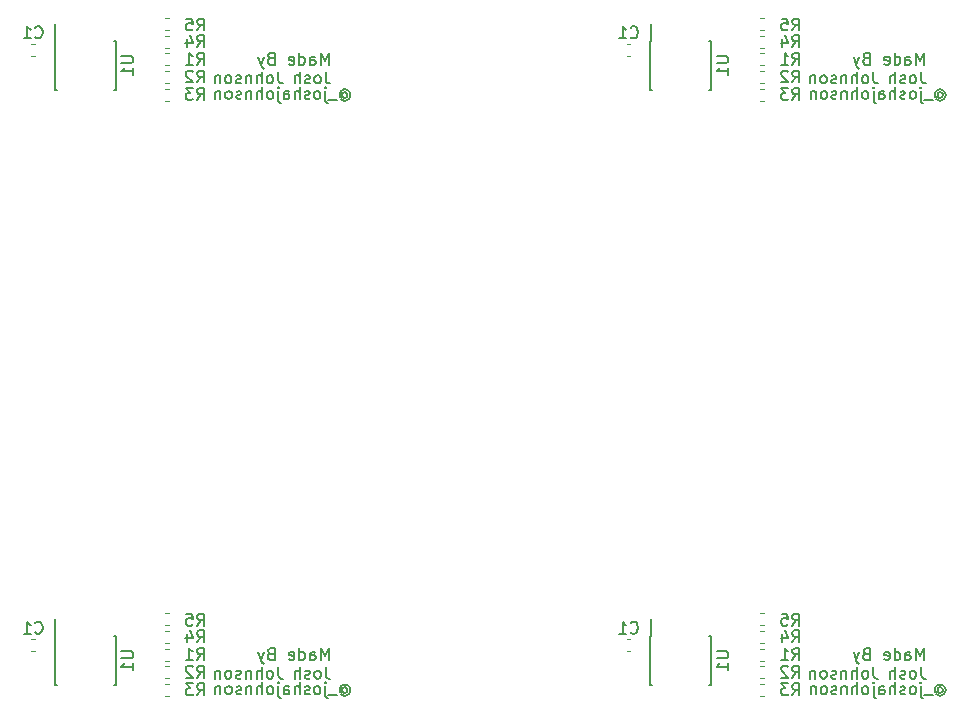
<source format=gbo>
%MOIN*%
%OFA0B0*%
%FSLAX46Y46*%
%IPPOS*%
%LPD*%
%ADD10C,0.005905511811023622*%
%ADD11C,0.0047244094488188976*%
%ADD22C,0.005905511811023622*%
%ADD23C,0.0047244094488188976*%
%ADD24C,0.005905511811023622*%
%ADD25C,0.0047244094488188976*%
%ADD26C,0.005905511811023622*%
%ADD27C,0.0047244094488188976*%
G01*
D10*
X0001308004Y0000211126D02*
X0001308004Y0000183005D01*
X0001309879Y0000177380D01*
X0001313628Y0000173631D01*
X0001319252Y0000171756D01*
X0001323002Y0000171756D01*
X0001283632Y0000171756D02*
X0001287381Y0000173631D01*
X0001289256Y0000175506D01*
X0001291131Y0000179255D01*
X0001291131Y0000190504D01*
X0001289256Y0000194253D01*
X0001287381Y0000196128D01*
X0001283632Y0000198003D01*
X0001278007Y0000198003D01*
X0001274258Y0000196128D01*
X0001272383Y0000194253D01*
X0001270508Y0000190504D01*
X0001270508Y0000179255D01*
X0001272383Y0000175506D01*
X0001274258Y0000173631D01*
X0001278007Y0000171756D01*
X0001283632Y0000171756D01*
X0001253636Y0000171756D02*
X0001253636Y0000211126D01*
X0001236763Y0000171756D02*
X0001236763Y0000192379D01*
X0001238637Y0000196128D01*
X0001242387Y0000198003D01*
X0001248011Y0000198003D01*
X0001251761Y0000196128D01*
X0001253636Y0000194253D01*
X0001218015Y0000198003D02*
X0001218015Y0000171756D01*
X0001218015Y0000194253D02*
X0001216140Y0000196128D01*
X0001212391Y0000198003D01*
X0001206766Y0000198003D01*
X0001203017Y0000196128D01*
X0001201142Y0000192379D01*
X0001201142Y0000171756D01*
X0001184269Y0000173631D02*
X0001180520Y0000171756D01*
X0001173021Y0000171756D01*
X0001169271Y0000173631D01*
X0001167396Y0000177380D01*
X0001167396Y0000179255D01*
X0001169271Y0000183005D01*
X0001173021Y0000184880D01*
X0001178645Y0000184880D01*
X0001182395Y0000186754D01*
X0001184269Y0000190504D01*
X0001184269Y0000192379D01*
X0001182395Y0000196128D01*
X0001178645Y0000198003D01*
X0001173021Y0000198003D01*
X0001169271Y0000196128D01*
X0001144899Y0000171756D02*
X0001148649Y0000173631D01*
X0001150523Y0000175506D01*
X0001152398Y0000179255D01*
X0001152398Y0000190504D01*
X0001150523Y0000194253D01*
X0001148649Y0000196128D01*
X0001144899Y0000198003D01*
X0001139275Y0000198003D01*
X0001135525Y0000196128D01*
X0001133651Y0000194253D01*
X0001131776Y0000190504D01*
X0001131776Y0000179255D01*
X0001133651Y0000175506D01*
X0001135525Y0000173631D01*
X0001139275Y0000171756D01*
X0001144899Y0000171756D01*
X0001114903Y0000198003D02*
X0001114903Y0000171756D01*
X0001114903Y0000194253D02*
X0001113028Y0000196128D01*
X0001109279Y0000198003D01*
X0001103654Y0000198003D01*
X0001099905Y0000196128D01*
X0001098030Y0000192379D01*
X0001098030Y0000171756D01*
D11*
X0000498534Y0000303543D02*
X0000485717Y0000303543D01*
X0000498534Y0000263385D02*
X0000485717Y0000263385D01*
X0000943908Y0000272047D02*
X0000931091Y0000272047D01*
X0000943908Y0000231889D02*
X0000931091Y0000231889D01*
X0000943416Y0000212992D02*
X0000930599Y0000212992D01*
X0000943416Y0000172834D02*
X0000930599Y0000172834D01*
X0000943416Y0000153936D02*
X0000930599Y0000153936D01*
X0000943416Y0000113779D02*
X0000930599Y0000113779D01*
X0000943416Y0000290944D02*
X0000930599Y0000290944D01*
X0000943416Y0000331102D02*
X0000930599Y0000331102D01*
X0000943416Y0000350000D02*
X0000930599Y0000350000D01*
X0000943416Y0000390157D02*
X0000930599Y0000390157D01*
D10*
X0000563976Y0000313976D02*
X0000565944Y0000313976D01*
X0000563976Y0000150590D02*
X0000569685Y0000150590D01*
X0000766732Y0000150590D02*
X0000761023Y0000150590D01*
X0000766732Y0000313976D02*
X0000761023Y0000313976D01*
X0000563976Y0000313976D02*
X0000563976Y0000150590D01*
X0000766732Y0000313976D02*
X0000766732Y0000150590D01*
X0000565944Y0000313976D02*
X0000565944Y0000369094D01*
X0000498687Y0000325703D02*
X0000500562Y0000323828D01*
X0000506186Y0000321953D01*
X0000509936Y0000321953D01*
X0000515560Y0000323828D01*
X0000519310Y0000327577D01*
X0000521184Y0000331327D01*
X0000523059Y0000338826D01*
X0000523059Y0000344450D01*
X0000521184Y0000351949D01*
X0000519310Y0000355699D01*
X0000515560Y0000359448D01*
X0000509936Y0000361323D01*
X0000506186Y0000361323D01*
X0000500562Y0000359448D01*
X0000498687Y0000357574D01*
X0000461192Y0000321953D02*
X0000483689Y0000321953D01*
X0000472440Y0000321953D02*
X0000472440Y0000361323D01*
X0000476190Y0000355699D01*
X0000479940Y0000351949D01*
X0000483689Y0000350074D01*
X0001038549Y0000234158D02*
X0001051673Y0000252905D01*
X0001061047Y0000234158D02*
X0001061047Y0000273528D01*
X0001046048Y0000273528D01*
X0001042299Y0000271653D01*
X0001040424Y0000269778D01*
X0001038549Y0000266029D01*
X0001038549Y0000260404D01*
X0001040424Y0000256655D01*
X0001042299Y0000254780D01*
X0001046048Y0000252905D01*
X0001061047Y0000252905D01*
X0001001054Y0000234158D02*
X0001023551Y0000234158D01*
X0001012303Y0000234158D02*
X0001012303Y0000273528D01*
X0001016052Y0000267903D01*
X0001019802Y0000264154D01*
X0001023551Y0000262279D01*
X0001038057Y0000175103D02*
X0001051181Y0000193850D01*
X0001060554Y0000175103D02*
X0001060554Y0000214473D01*
X0001045556Y0000214473D01*
X0001041807Y0000212598D01*
X0001039932Y0000210723D01*
X0001038057Y0000206974D01*
X0001038057Y0000201349D01*
X0001039932Y0000197600D01*
X0001041807Y0000195725D01*
X0001045556Y0000193850D01*
X0001060554Y0000193850D01*
X0001023059Y0000210723D02*
X0001021184Y0000212598D01*
X0001017435Y0000214473D01*
X0001008061Y0000214473D01*
X0001004311Y0000212598D01*
X0001002437Y0000210723D01*
X0001000562Y0000206974D01*
X0001000562Y0000203224D01*
X0001002437Y0000197600D01*
X0001024934Y0000175103D01*
X0001000562Y0000175103D01*
X0001038057Y0000116048D02*
X0001051181Y0000134795D01*
X0001060554Y0000116048D02*
X0001060554Y0000155418D01*
X0001045556Y0000155418D01*
X0001041807Y0000153543D01*
X0001039932Y0000151668D01*
X0001038057Y0000147918D01*
X0001038057Y0000142294D01*
X0001039932Y0000138545D01*
X0001041807Y0000136670D01*
X0001045556Y0000134795D01*
X0001060554Y0000134795D01*
X0001024934Y0000155418D02*
X0001000562Y0000155418D01*
X0001013685Y0000140419D01*
X0001008061Y0000140419D01*
X0001004311Y0000138545D01*
X0001002437Y0000136670D01*
X0001000562Y0000132920D01*
X0001000562Y0000123547D01*
X0001002437Y0000119797D01*
X0001004311Y0000117922D01*
X0001008061Y0000116048D01*
X0001019310Y0000116048D01*
X0001023059Y0000117922D01*
X0001024934Y0000119797D01*
X0001038057Y0000293213D02*
X0001051181Y0000311961D01*
X0001060554Y0000293213D02*
X0001060554Y0000332583D01*
X0001045556Y0000332583D01*
X0001041807Y0000330708D01*
X0001039932Y0000328833D01*
X0001038057Y0000325084D01*
X0001038057Y0000319460D01*
X0001039932Y0000315710D01*
X0001041807Y0000313835D01*
X0001045556Y0000311961D01*
X0001060554Y0000311961D01*
X0001004311Y0000319460D02*
X0001004311Y0000293213D01*
X0001013685Y0000334458D02*
X0001023059Y0000306336D01*
X0000998687Y0000306336D01*
X0001038057Y0000348331D02*
X0001051181Y0000367079D01*
X0001060554Y0000348331D02*
X0001060554Y0000387701D01*
X0001045556Y0000387701D01*
X0001041807Y0000385826D01*
X0001039932Y0000383952D01*
X0001038057Y0000380202D01*
X0001038057Y0000374578D01*
X0001039932Y0000370828D01*
X0001041807Y0000368953D01*
X0001045556Y0000367079D01*
X0001060554Y0000367079D01*
X0001002437Y0000387701D02*
X0001021184Y0000387701D01*
X0001023059Y0000368953D01*
X0001021184Y0000370828D01*
X0001017435Y0000372703D01*
X0001008061Y0000372703D01*
X0001004311Y0000370828D01*
X0001002437Y0000368953D01*
X0001000562Y0000365204D01*
X0001000562Y0000355830D01*
X0001002437Y0000352081D01*
X0001004311Y0000350206D01*
X0001008061Y0000348331D01*
X0001017435Y0000348331D01*
X0001021184Y0000350206D01*
X0001023059Y0000352081D01*
X0000785526Y0000262279D02*
X0000817397Y0000262279D01*
X0000821147Y0000260404D01*
X0000823022Y0000258530D01*
X0000824896Y0000254780D01*
X0000824896Y0000247281D01*
X0000823022Y0000243532D01*
X0000821147Y0000241657D01*
X0000817397Y0000239782D01*
X0000785526Y0000239782D01*
X0000824896Y0000200412D02*
X0000824896Y0000222909D01*
X0000824896Y0000211661D02*
X0000785526Y0000211661D01*
X0000791151Y0000215410D01*
X0000794900Y0000219160D01*
X0000796775Y0000222909D01*
X0001522497Y0000138732D02*
X0001524371Y0000140607D01*
X0001528121Y0000142482D01*
X0001531870Y0000142482D01*
X0001535620Y0000140607D01*
X0001537495Y0000138732D01*
X0001539370Y0000134983D01*
X0001539370Y0000131233D01*
X0001537495Y0000127484D01*
X0001535620Y0000125609D01*
X0001531870Y0000123734D01*
X0001528121Y0000123734D01*
X0001524371Y0000125609D01*
X0001522497Y0000127484D01*
X0001522497Y0000142482D02*
X0001522497Y0000127484D01*
X0001520622Y0000125609D01*
X0001518747Y0000125609D01*
X0001514998Y0000127484D01*
X0001513123Y0000131233D01*
X0001513123Y0000140607D01*
X0001516872Y0000146231D01*
X0001522497Y0000149981D01*
X0001529996Y0000151855D01*
X0001537495Y0000149981D01*
X0001543119Y0000146231D01*
X0001546869Y0000140607D01*
X0001548743Y0000133108D01*
X0001546869Y0000125609D01*
X0001543119Y0000119985D01*
X0001537495Y0000116235D01*
X0001529996Y0000114360D01*
X0001522497Y0000116235D01*
X0001516872Y0000119985D01*
X0001505624Y0000116235D02*
X0001475628Y0000116235D01*
X0001466254Y0000146231D02*
X0001466254Y0000112485D01*
X0001468128Y0000108736D01*
X0001471878Y0000106861D01*
X0001473753Y0000106861D01*
X0001466254Y0000159355D02*
X0001468128Y0000157480D01*
X0001466254Y0000155605D01*
X0001464379Y0000157480D01*
X0001466254Y0000159355D01*
X0001466254Y0000155605D01*
X0001441882Y0000119985D02*
X0001445631Y0000121859D01*
X0001447506Y0000123734D01*
X0001449381Y0000127484D01*
X0001449381Y0000138732D01*
X0001447506Y0000142482D01*
X0001445631Y0000144356D01*
X0001441882Y0000146231D01*
X0001436257Y0000146231D01*
X0001432508Y0000144356D01*
X0001430633Y0000142482D01*
X0001428758Y0000138732D01*
X0001428758Y0000127484D01*
X0001430633Y0000123734D01*
X0001432508Y0000121859D01*
X0001436257Y0000119985D01*
X0001441882Y0000119985D01*
X0001413760Y0000121859D02*
X0001410011Y0000119985D01*
X0001402512Y0000119985D01*
X0001398762Y0000121859D01*
X0001396887Y0000125609D01*
X0001396887Y0000127484D01*
X0001398762Y0000131233D01*
X0001402512Y0000133108D01*
X0001408136Y0000133108D01*
X0001411885Y0000134983D01*
X0001413760Y0000138732D01*
X0001413760Y0000140607D01*
X0001411885Y0000144356D01*
X0001408136Y0000146231D01*
X0001402512Y0000146231D01*
X0001398762Y0000144356D01*
X0001380014Y0000119985D02*
X0001380014Y0000159355D01*
X0001363142Y0000119985D02*
X0001363142Y0000140607D01*
X0001365016Y0000144356D01*
X0001368766Y0000146231D01*
X0001374390Y0000146231D01*
X0001378140Y0000144356D01*
X0001380014Y0000142482D01*
X0001327521Y0000119985D02*
X0001327521Y0000140607D01*
X0001329396Y0000144356D01*
X0001333145Y0000146231D01*
X0001340644Y0000146231D01*
X0001344394Y0000144356D01*
X0001327521Y0000121859D02*
X0001331271Y0000119985D01*
X0001340644Y0000119985D01*
X0001344394Y0000121859D01*
X0001346269Y0000125609D01*
X0001346269Y0000129358D01*
X0001344394Y0000133108D01*
X0001340644Y0000134983D01*
X0001331271Y0000134983D01*
X0001327521Y0000136857D01*
X0001308773Y0000146231D02*
X0001308773Y0000112485D01*
X0001310648Y0000108736D01*
X0001314398Y0000106861D01*
X0001316272Y0000106861D01*
X0001308773Y0000159355D02*
X0001310648Y0000157480D01*
X0001308773Y0000155605D01*
X0001306899Y0000157480D01*
X0001308773Y0000159355D01*
X0001308773Y0000155605D01*
X0001284401Y0000119985D02*
X0001288151Y0000121859D01*
X0001290026Y0000123734D01*
X0001291900Y0000127484D01*
X0001291900Y0000138732D01*
X0001290026Y0000142482D01*
X0001288151Y0000144356D01*
X0001284401Y0000146231D01*
X0001278777Y0000146231D01*
X0001275028Y0000144356D01*
X0001273153Y0000142482D01*
X0001271278Y0000138732D01*
X0001271278Y0000127484D01*
X0001273153Y0000123734D01*
X0001275028Y0000121859D01*
X0001278777Y0000119985D01*
X0001284401Y0000119985D01*
X0001254405Y0000119985D02*
X0001254405Y0000159355D01*
X0001237532Y0000119985D02*
X0001237532Y0000140607D01*
X0001239407Y0000144356D01*
X0001243157Y0000146231D01*
X0001248781Y0000146231D01*
X0001252530Y0000144356D01*
X0001254405Y0000142482D01*
X0001218785Y0000146231D02*
X0001218785Y0000119985D01*
X0001218785Y0000142482D02*
X0001216910Y0000144356D01*
X0001213160Y0000146231D01*
X0001207536Y0000146231D01*
X0001203786Y0000144356D01*
X0001201912Y0000140607D01*
X0001201912Y0000119985D01*
X0001185039Y0000121859D02*
X0001181289Y0000119985D01*
X0001173790Y0000119985D01*
X0001170041Y0000121859D01*
X0001168166Y0000125609D01*
X0001168166Y0000127484D01*
X0001170041Y0000131233D01*
X0001173790Y0000133108D01*
X0001179415Y0000133108D01*
X0001183164Y0000134983D01*
X0001185039Y0000138732D01*
X0001185039Y0000140607D01*
X0001183164Y0000144356D01*
X0001179415Y0000146231D01*
X0001173790Y0000146231D01*
X0001170041Y0000144356D01*
X0001145669Y0000119985D02*
X0001149418Y0000121859D01*
X0001151293Y0000123734D01*
X0001153168Y0000127484D01*
X0001153168Y0000138732D01*
X0001151293Y0000142482D01*
X0001149418Y0000144356D01*
X0001145669Y0000146231D01*
X0001140044Y0000146231D01*
X0001136295Y0000144356D01*
X0001134420Y0000142482D01*
X0001132545Y0000138732D01*
X0001132545Y0000127484D01*
X0001134420Y0000123734D01*
X0001136295Y0000121859D01*
X0001140044Y0000119985D01*
X0001145669Y0000119985D01*
X0001115673Y0000146231D02*
X0001115673Y0000119985D01*
X0001115673Y0000142482D02*
X0001113798Y0000144356D01*
X0001110048Y0000146231D01*
X0001104424Y0000146231D01*
X0001100674Y0000144356D01*
X0001098800Y0000140607D01*
X0001098800Y0000119985D01*
X0001476439Y0000234256D02*
X0001476439Y0000273626D01*
X0001463316Y0000245505D01*
X0001450193Y0000273626D01*
X0001450193Y0000234256D01*
X0001414572Y0000234256D02*
X0001414572Y0000254879D01*
X0001416447Y0000258628D01*
X0001420196Y0000260503D01*
X0001427695Y0000260503D01*
X0001431445Y0000258628D01*
X0001414572Y0000236131D02*
X0001418322Y0000234256D01*
X0001427695Y0000234256D01*
X0001431445Y0000236131D01*
X0001433320Y0000239880D01*
X0001433320Y0000243630D01*
X0001431445Y0000247380D01*
X0001427695Y0000249254D01*
X0001418322Y0000249254D01*
X0001414572Y0000251129D01*
X0001378951Y0000234256D02*
X0001378951Y0000273626D01*
X0001378951Y0000236131D02*
X0001382701Y0000234256D01*
X0001390200Y0000234256D01*
X0001393950Y0000236131D01*
X0001395824Y0000238006D01*
X0001397699Y0000241755D01*
X0001397699Y0000253004D01*
X0001395824Y0000256753D01*
X0001393950Y0000258628D01*
X0001390200Y0000260503D01*
X0001382701Y0000260503D01*
X0001378951Y0000258628D01*
X0001345206Y0000236131D02*
X0001348955Y0000234256D01*
X0001356454Y0000234256D01*
X0001360204Y0000236131D01*
X0001362079Y0000239880D01*
X0001362079Y0000254879D01*
X0001360204Y0000258628D01*
X0001356454Y0000260503D01*
X0001348955Y0000260503D01*
X0001345206Y0000258628D01*
X0001343331Y0000254879D01*
X0001343331Y0000251129D01*
X0001362079Y0000247380D01*
X0001283338Y0000254879D02*
X0001277714Y0000253004D01*
X0001275839Y0000251129D01*
X0001273965Y0000247380D01*
X0001273965Y0000241755D01*
X0001275839Y0000238006D01*
X0001277714Y0000236131D01*
X0001281464Y0000234256D01*
X0001296462Y0000234256D01*
X0001296462Y0000273626D01*
X0001283338Y0000273626D01*
X0001279589Y0000271751D01*
X0001277714Y0000269877D01*
X0001275839Y0000266127D01*
X0001275839Y0000262378D01*
X0001277714Y0000258628D01*
X0001279589Y0000256753D01*
X0001283338Y0000254879D01*
X0001296462Y0000254879D01*
X0001260841Y0000260503D02*
X0001251467Y0000234256D01*
X0001242094Y0000260503D02*
X0001251467Y0000234256D01*
X0001255217Y0000224882D01*
X0001257092Y0000223008D01*
X0001260841Y0000221133D01*
X0001467073Y0000211126D02*
X0001467073Y0000183005D01*
X0001468948Y0000177380D01*
X0001472697Y0000173631D01*
X0001478322Y0000171756D01*
X0001482071Y0000171756D01*
X0001442701Y0000171756D02*
X0001446451Y0000173631D01*
X0001448325Y0000175506D01*
X0001450200Y0000179255D01*
X0001450200Y0000190504D01*
X0001448325Y0000194253D01*
X0001446451Y0000196128D01*
X0001442701Y0000198003D01*
X0001437077Y0000198003D01*
X0001433327Y0000196128D01*
X0001431452Y0000194253D01*
X0001429578Y0000190504D01*
X0001429578Y0000179255D01*
X0001431452Y0000175506D01*
X0001433327Y0000173631D01*
X0001437077Y0000171756D01*
X0001442701Y0000171756D01*
X0001414580Y0000173631D02*
X0001410830Y0000171756D01*
X0001403331Y0000171756D01*
X0001399581Y0000173631D01*
X0001397707Y0000177380D01*
X0001397707Y0000179255D01*
X0001399581Y0000183005D01*
X0001403331Y0000184880D01*
X0001408955Y0000184880D01*
X0001412705Y0000186754D01*
X0001414580Y0000190504D01*
X0001414580Y0000192379D01*
X0001412705Y0000196128D01*
X0001408955Y0000198003D01*
X0001403331Y0000198003D01*
X0001399581Y0000196128D01*
X0001380834Y0000171756D02*
X0001380834Y0000211126D01*
X0001363961Y0000171756D02*
X0001363961Y0000192379D01*
X0001365836Y0000196128D01*
X0001369585Y0000198003D01*
X0001375209Y0000198003D01*
X0001378959Y0000196128D01*
X0001380834Y0000194253D01*
G04 next file*
G04 #@! TF.GenerationSoftware,KiCad,Pcbnew,(5.0.2)-1*
G04 #@! TF.CreationDate,2019-01-19T12:13:54+11:00*
G04 #@! TF.ProjectId,WarGames_SAO,57617247-616d-4657-935f-53414f2e6b69,rev?*
G04 #@! TF.SameCoordinates,Original*
G04 #@! TF.FileFunction,Legend,Bot*
G04 #@! TF.FilePolarity,Positive*
G04 Gerber Fmt 4.6, Leading zero omitted, Abs format (unit mm)*
G04 Created by KiCad (PCBNEW (5.0.2)-1) date 19/01/2019 12:13:54*
G01*
G04 APERTURE LIST*
G04 APERTURE END LIST*
D22*
X0003292256Y0000211126D02*
X0003292256Y0000183005D01*
X0003294131Y0000177380D01*
X0003297880Y0000173631D01*
X0003303504Y0000171756D01*
X0003307254Y0000171756D01*
X0003267884Y0000171756D02*
X0003271633Y0000173631D01*
X0003273508Y0000175506D01*
X0003275383Y0000179255D01*
X0003275383Y0000190504D01*
X0003273508Y0000194253D01*
X0003271633Y0000196128D01*
X0003267884Y0000198003D01*
X0003262260Y0000198003D01*
X0003258510Y0000196128D01*
X0003256635Y0000194253D01*
X0003254760Y0000190504D01*
X0003254760Y0000179255D01*
X0003256635Y0000175506D01*
X0003258510Y0000173631D01*
X0003262260Y0000171756D01*
X0003267884Y0000171756D01*
X0003237888Y0000171756D02*
X0003237888Y0000211126D01*
X0003221015Y0000171756D02*
X0003221015Y0000192379D01*
X0003222889Y0000196128D01*
X0003226639Y0000198003D01*
X0003232263Y0000198003D01*
X0003236013Y0000196128D01*
X0003237888Y0000194253D01*
X0003202267Y0000198003D02*
X0003202267Y0000171756D01*
X0003202267Y0000194253D02*
X0003200392Y0000196128D01*
X0003196643Y0000198003D01*
X0003191018Y0000198003D01*
X0003187269Y0000196128D01*
X0003185394Y0000192379D01*
X0003185394Y0000171756D01*
X0003168521Y0000173631D02*
X0003164772Y0000171756D01*
X0003157273Y0000171756D01*
X0003153523Y0000173631D01*
X0003151648Y0000177380D01*
X0003151648Y0000179255D01*
X0003153523Y0000183005D01*
X0003157273Y0000184880D01*
X0003162897Y0000184880D01*
X0003166647Y0000186754D01*
X0003168521Y0000190504D01*
X0003168521Y0000192379D01*
X0003166647Y0000196128D01*
X0003162897Y0000198003D01*
X0003157273Y0000198003D01*
X0003153523Y0000196128D01*
X0003129151Y0000171756D02*
X0003132901Y0000173631D01*
X0003134775Y0000175506D01*
X0003136650Y0000179255D01*
X0003136650Y0000190504D01*
X0003134775Y0000194253D01*
X0003132901Y0000196128D01*
X0003129151Y0000198003D01*
X0003123527Y0000198003D01*
X0003119777Y0000196128D01*
X0003117903Y0000194253D01*
X0003116028Y0000190504D01*
X0003116028Y0000179255D01*
X0003117903Y0000175506D01*
X0003119777Y0000173631D01*
X0003123527Y0000171756D01*
X0003129151Y0000171756D01*
X0003099155Y0000198003D02*
X0003099155Y0000171756D01*
X0003099155Y0000194253D02*
X0003097280Y0000196128D01*
X0003093531Y0000198003D01*
X0003087906Y0000198003D01*
X0003084157Y0000196128D01*
X0003082282Y0000192379D01*
X0003082282Y0000171756D01*
D23*
G04 #@! TO.C,C1*
X0002482786Y0000303543D02*
X0002469969Y0000303543D01*
X0002482786Y0000263385D02*
X0002469969Y0000263385D01*
G04 #@! TO.C,R1*
X0002928160Y0000272047D02*
X0002915343Y0000272047D01*
X0002928160Y0000231889D02*
X0002915343Y0000231889D01*
G04 #@! TO.C,R2*
X0002927668Y0000212992D02*
X0002914851Y0000212992D01*
X0002927668Y0000172834D02*
X0002914851Y0000172834D01*
G04 #@! TO.C,R3*
X0002927668Y0000153936D02*
X0002914851Y0000153936D01*
X0002927668Y0000113779D02*
X0002914851Y0000113779D01*
G04 #@! TO.C,R4*
X0002927668Y0000290944D02*
X0002914851Y0000290944D01*
X0002927668Y0000331102D02*
X0002914851Y0000331102D01*
G04 #@! TO.C,R5*
X0002927668Y0000350000D02*
X0002914851Y0000350000D01*
X0002927668Y0000390157D02*
X0002914851Y0000390157D01*
D22*
G04 #@! TO.C,U1*
X0002548228Y0000313976D02*
X0002550196Y0000313976D01*
X0002548228Y0000150590D02*
X0002553937Y0000150590D01*
X0002750984Y0000150590D02*
X0002745275Y0000150590D01*
X0002750984Y0000313976D02*
X0002745275Y0000313976D01*
X0002548228Y0000313976D02*
X0002548228Y0000150590D01*
X0002750984Y0000313976D02*
X0002750984Y0000150590D01*
X0002550196Y0000313976D02*
X0002550196Y0000369094D01*
G04 #@! TO.C,C1*
X0002482939Y0000325703D02*
X0002484814Y0000323828D01*
X0002490438Y0000321953D01*
X0002494188Y0000321953D01*
X0002499812Y0000323828D01*
X0002503562Y0000327577D01*
X0002505436Y0000331327D01*
X0002507311Y0000338826D01*
X0002507311Y0000344450D01*
X0002505436Y0000351949D01*
X0002503562Y0000355699D01*
X0002499812Y0000359448D01*
X0002494188Y0000361323D01*
X0002490438Y0000361323D01*
X0002484814Y0000359448D01*
X0002482939Y0000357574D01*
X0002445444Y0000321953D02*
X0002467941Y0000321953D01*
X0002456692Y0000321953D02*
X0002456692Y0000361323D01*
X0002460442Y0000355699D01*
X0002464192Y0000351949D01*
X0002467941Y0000350074D01*
G04 #@! TO.C,R1*
X0003022801Y0000234158D02*
X0003035925Y0000252905D01*
X0003045299Y0000234158D02*
X0003045299Y0000273528D01*
X0003030300Y0000273528D01*
X0003026551Y0000271653D01*
X0003024676Y0000269778D01*
X0003022801Y0000266029D01*
X0003022801Y0000260404D01*
X0003024676Y0000256655D01*
X0003026551Y0000254780D01*
X0003030300Y0000252905D01*
X0003045299Y0000252905D01*
X0002985306Y0000234158D02*
X0003007803Y0000234158D01*
X0002996555Y0000234158D02*
X0002996555Y0000273528D01*
X0003000304Y0000267903D01*
X0003004054Y0000264154D01*
X0003007803Y0000262279D01*
G04 #@! TO.C,R2*
X0003022309Y0000175103D02*
X0003035433Y0000193850D01*
X0003044806Y0000175103D02*
X0003044806Y0000214473D01*
X0003029808Y0000214473D01*
X0003026059Y0000212598D01*
X0003024184Y0000210723D01*
X0003022309Y0000206974D01*
X0003022309Y0000201349D01*
X0003024184Y0000197600D01*
X0003026059Y0000195725D01*
X0003029808Y0000193850D01*
X0003044806Y0000193850D01*
X0003007311Y0000210723D02*
X0003005436Y0000212598D01*
X0003001687Y0000214473D01*
X0002992313Y0000214473D01*
X0002988563Y0000212598D01*
X0002986689Y0000210723D01*
X0002984814Y0000206974D01*
X0002984814Y0000203224D01*
X0002986689Y0000197600D01*
X0003009186Y0000175103D01*
X0002984814Y0000175103D01*
G04 #@! TO.C,R3*
X0003022309Y0000116048D02*
X0003035433Y0000134795D01*
X0003044806Y0000116048D02*
X0003044806Y0000155418D01*
X0003029808Y0000155418D01*
X0003026059Y0000153543D01*
X0003024184Y0000151668D01*
X0003022309Y0000147918D01*
X0003022309Y0000142294D01*
X0003024184Y0000138545D01*
X0003026059Y0000136670D01*
X0003029808Y0000134795D01*
X0003044806Y0000134795D01*
X0003009186Y0000155418D02*
X0002984814Y0000155418D01*
X0002997937Y0000140419D01*
X0002992313Y0000140419D01*
X0002988563Y0000138545D01*
X0002986689Y0000136670D01*
X0002984814Y0000132920D01*
X0002984814Y0000123547D01*
X0002986689Y0000119797D01*
X0002988563Y0000117922D01*
X0002992313Y0000116048D01*
X0003003562Y0000116048D01*
X0003007311Y0000117922D01*
X0003009186Y0000119797D01*
G04 #@! TO.C,R4*
X0003022309Y0000293213D02*
X0003035433Y0000311961D01*
X0003044806Y0000293213D02*
X0003044806Y0000332583D01*
X0003029808Y0000332583D01*
X0003026059Y0000330708D01*
X0003024184Y0000328833D01*
X0003022309Y0000325084D01*
X0003022309Y0000319460D01*
X0003024184Y0000315710D01*
X0003026059Y0000313835D01*
X0003029808Y0000311961D01*
X0003044806Y0000311961D01*
X0002988563Y0000319460D02*
X0002988563Y0000293213D01*
X0002997937Y0000334458D02*
X0003007311Y0000306336D01*
X0002982939Y0000306336D01*
G04 #@! TO.C,R5*
X0003022309Y0000348331D02*
X0003035433Y0000367079D01*
X0003044806Y0000348331D02*
X0003044806Y0000387701D01*
X0003029808Y0000387701D01*
X0003026059Y0000385826D01*
X0003024184Y0000383952D01*
X0003022309Y0000380202D01*
X0003022309Y0000374578D01*
X0003024184Y0000370828D01*
X0003026059Y0000368953D01*
X0003029808Y0000367079D01*
X0003044806Y0000367079D01*
X0002986689Y0000387701D02*
X0003005436Y0000387701D01*
X0003007311Y0000368953D01*
X0003005436Y0000370828D01*
X0003001687Y0000372703D01*
X0002992313Y0000372703D01*
X0002988563Y0000370828D01*
X0002986689Y0000368953D01*
X0002984814Y0000365204D01*
X0002984814Y0000355830D01*
X0002986689Y0000352081D01*
X0002988563Y0000350206D01*
X0002992313Y0000348331D01*
X0003001687Y0000348331D01*
X0003005436Y0000350206D01*
X0003007311Y0000352081D01*
G04 #@! TO.C,U1*
X0002769778Y0000262279D02*
X0002801649Y0000262279D01*
X0002805399Y0000260404D01*
X0002807274Y0000258530D01*
X0002809148Y0000254780D01*
X0002809148Y0000247281D01*
X0002807274Y0000243532D01*
X0002805399Y0000241657D01*
X0002801649Y0000239782D01*
X0002769778Y0000239782D01*
X0002809148Y0000200412D02*
X0002809148Y0000222909D01*
X0002809148Y0000211661D02*
X0002769778Y0000211661D01*
X0002775403Y0000215410D01*
X0002779152Y0000219160D01*
X0002781027Y0000222909D01*
G04 #@! TO.C,REF\002A\002A*
X0003506749Y0000138732D02*
X0003508623Y0000140607D01*
X0003512373Y0000142482D01*
X0003516122Y0000142482D01*
X0003519872Y0000140607D01*
X0003521747Y0000138732D01*
X0003523622Y0000134983D01*
X0003523622Y0000131233D01*
X0003521747Y0000127484D01*
X0003519872Y0000125609D01*
X0003516122Y0000123734D01*
X0003512373Y0000123734D01*
X0003508623Y0000125609D01*
X0003506749Y0000127484D01*
X0003506749Y0000142482D02*
X0003506749Y0000127484D01*
X0003504874Y0000125609D01*
X0003502999Y0000125609D01*
X0003499250Y0000127484D01*
X0003497375Y0000131233D01*
X0003497375Y0000140607D01*
X0003501124Y0000146231D01*
X0003506749Y0000149981D01*
X0003514248Y0000151855D01*
X0003521747Y0000149981D01*
X0003527371Y0000146231D01*
X0003531121Y0000140607D01*
X0003532995Y0000133108D01*
X0003531121Y0000125609D01*
X0003527371Y0000119985D01*
X0003521747Y0000116235D01*
X0003514248Y0000114360D01*
X0003506749Y0000116235D01*
X0003501124Y0000119985D01*
X0003489876Y0000116235D02*
X0003459880Y0000116235D01*
X0003450506Y0000146231D02*
X0003450506Y0000112485D01*
X0003452380Y0000108736D01*
X0003456130Y0000106861D01*
X0003458005Y0000106861D01*
X0003450506Y0000159355D02*
X0003452380Y0000157480D01*
X0003450506Y0000155605D01*
X0003448631Y0000157480D01*
X0003450506Y0000159355D01*
X0003450506Y0000155605D01*
X0003426134Y0000119985D02*
X0003429883Y0000121859D01*
X0003431758Y0000123734D01*
X0003433633Y0000127484D01*
X0003433633Y0000138732D01*
X0003431758Y0000142482D01*
X0003429883Y0000144356D01*
X0003426134Y0000146231D01*
X0003420509Y0000146231D01*
X0003416760Y0000144356D01*
X0003414885Y0000142482D01*
X0003413010Y0000138732D01*
X0003413010Y0000127484D01*
X0003414885Y0000123734D01*
X0003416760Y0000121859D01*
X0003420509Y0000119985D01*
X0003426134Y0000119985D01*
X0003398012Y0000121859D02*
X0003394263Y0000119985D01*
X0003386764Y0000119985D01*
X0003383014Y0000121859D01*
X0003381139Y0000125609D01*
X0003381139Y0000127484D01*
X0003383014Y0000131233D01*
X0003386764Y0000133108D01*
X0003392388Y0000133108D01*
X0003396137Y0000134983D01*
X0003398012Y0000138732D01*
X0003398012Y0000140607D01*
X0003396137Y0000144356D01*
X0003392388Y0000146231D01*
X0003386764Y0000146231D01*
X0003383014Y0000144356D01*
X0003364266Y0000119985D02*
X0003364266Y0000159355D01*
X0003347394Y0000119985D02*
X0003347394Y0000140607D01*
X0003349268Y0000144356D01*
X0003353018Y0000146231D01*
X0003358642Y0000146231D01*
X0003362392Y0000144356D01*
X0003364266Y0000142482D01*
X0003311773Y0000119985D02*
X0003311773Y0000140607D01*
X0003313648Y0000144356D01*
X0003317397Y0000146231D01*
X0003324896Y0000146231D01*
X0003328646Y0000144356D01*
X0003311773Y0000121859D02*
X0003315523Y0000119985D01*
X0003324896Y0000119985D01*
X0003328646Y0000121859D01*
X0003330521Y0000125609D01*
X0003330521Y0000129358D01*
X0003328646Y0000133108D01*
X0003324896Y0000134983D01*
X0003315523Y0000134983D01*
X0003311773Y0000136857D01*
X0003293025Y0000146231D02*
X0003293025Y0000112485D01*
X0003294900Y0000108736D01*
X0003298650Y0000106861D01*
X0003300524Y0000106861D01*
X0003293025Y0000159355D02*
X0003294900Y0000157480D01*
X0003293025Y0000155605D01*
X0003291151Y0000157480D01*
X0003293025Y0000159355D01*
X0003293025Y0000155605D01*
X0003268653Y0000119985D02*
X0003272403Y0000121859D01*
X0003274278Y0000123734D01*
X0003276152Y0000127484D01*
X0003276152Y0000138732D01*
X0003274278Y0000142482D01*
X0003272403Y0000144356D01*
X0003268653Y0000146231D01*
X0003263029Y0000146231D01*
X0003259280Y0000144356D01*
X0003257405Y0000142482D01*
X0003255530Y0000138732D01*
X0003255530Y0000127484D01*
X0003257405Y0000123734D01*
X0003259280Y0000121859D01*
X0003263029Y0000119985D01*
X0003268653Y0000119985D01*
X0003238657Y0000119985D02*
X0003238657Y0000159355D01*
X0003221784Y0000119985D02*
X0003221784Y0000140607D01*
X0003223659Y0000144356D01*
X0003227409Y0000146231D01*
X0003233033Y0000146231D01*
X0003236782Y0000144356D01*
X0003238657Y0000142482D01*
X0003203037Y0000146231D02*
X0003203037Y0000119985D01*
X0003203037Y0000142482D02*
X0003201162Y0000144356D01*
X0003197412Y0000146231D01*
X0003191788Y0000146231D01*
X0003188039Y0000144356D01*
X0003186164Y0000140607D01*
X0003186164Y0000119985D01*
X0003169291Y0000121859D02*
X0003165541Y0000119985D01*
X0003158042Y0000119985D01*
X0003154293Y0000121859D01*
X0003152418Y0000125609D01*
X0003152418Y0000127484D01*
X0003154293Y0000131233D01*
X0003158042Y0000133108D01*
X0003163667Y0000133108D01*
X0003167416Y0000134983D01*
X0003169291Y0000138732D01*
X0003169291Y0000140607D01*
X0003167416Y0000144356D01*
X0003163667Y0000146231D01*
X0003158042Y0000146231D01*
X0003154293Y0000144356D01*
X0003129921Y0000119985D02*
X0003133670Y0000121859D01*
X0003135545Y0000123734D01*
X0003137420Y0000127484D01*
X0003137420Y0000138732D01*
X0003135545Y0000142482D01*
X0003133670Y0000144356D01*
X0003129921Y0000146231D01*
X0003124296Y0000146231D01*
X0003120547Y0000144356D01*
X0003118672Y0000142482D01*
X0003116797Y0000138732D01*
X0003116797Y0000127484D01*
X0003118672Y0000123734D01*
X0003120547Y0000121859D01*
X0003124296Y0000119985D01*
X0003129921Y0000119985D01*
X0003099925Y0000146231D02*
X0003099925Y0000119985D01*
X0003099925Y0000142482D02*
X0003098050Y0000144356D01*
X0003094300Y0000146231D01*
X0003088676Y0000146231D01*
X0003084926Y0000144356D01*
X0003083052Y0000140607D01*
X0003083052Y0000119985D01*
X0003460691Y0000234256D02*
X0003460691Y0000273626D01*
X0003447568Y0000245505D01*
X0003434445Y0000273626D01*
X0003434445Y0000234256D01*
X0003398824Y0000234256D02*
X0003398824Y0000254879D01*
X0003400699Y0000258628D01*
X0003404448Y0000260503D01*
X0003411947Y0000260503D01*
X0003415697Y0000258628D01*
X0003398824Y0000236131D02*
X0003402574Y0000234256D01*
X0003411947Y0000234256D01*
X0003415697Y0000236131D01*
X0003417572Y0000239880D01*
X0003417572Y0000243630D01*
X0003415697Y0000247380D01*
X0003411947Y0000249254D01*
X0003402574Y0000249254D01*
X0003398824Y0000251129D01*
X0003363203Y0000234256D02*
X0003363203Y0000273626D01*
X0003363203Y0000236131D02*
X0003366953Y0000234256D01*
X0003374452Y0000234256D01*
X0003378202Y0000236131D01*
X0003380076Y0000238006D01*
X0003381951Y0000241755D01*
X0003381951Y0000253004D01*
X0003380076Y0000256753D01*
X0003378202Y0000258628D01*
X0003374452Y0000260503D01*
X0003366953Y0000260503D01*
X0003363203Y0000258628D01*
X0003329458Y0000236131D02*
X0003333207Y0000234256D01*
X0003340706Y0000234256D01*
X0003344456Y0000236131D01*
X0003346331Y0000239880D01*
X0003346331Y0000254879D01*
X0003344456Y0000258628D01*
X0003340706Y0000260503D01*
X0003333207Y0000260503D01*
X0003329458Y0000258628D01*
X0003327583Y0000254879D01*
X0003327583Y0000251129D01*
X0003346331Y0000247380D01*
X0003267590Y0000254879D02*
X0003261966Y0000253004D01*
X0003260091Y0000251129D01*
X0003258217Y0000247380D01*
X0003258217Y0000241755D01*
X0003260091Y0000238006D01*
X0003261966Y0000236131D01*
X0003265716Y0000234256D01*
X0003280714Y0000234256D01*
X0003280714Y0000273626D01*
X0003267590Y0000273626D01*
X0003263841Y0000271751D01*
X0003261966Y0000269877D01*
X0003260091Y0000266127D01*
X0003260091Y0000262378D01*
X0003261966Y0000258628D01*
X0003263841Y0000256753D01*
X0003267590Y0000254879D01*
X0003280714Y0000254879D01*
X0003245093Y0000260503D02*
X0003235719Y0000234256D01*
X0003226346Y0000260503D02*
X0003235719Y0000234256D01*
X0003239469Y0000224882D01*
X0003241344Y0000223008D01*
X0003245093Y0000221133D01*
X0003451325Y0000211126D02*
X0003451325Y0000183005D01*
X0003453200Y0000177380D01*
X0003456949Y0000173631D01*
X0003462574Y0000171756D01*
X0003466323Y0000171756D01*
X0003426953Y0000171756D02*
X0003430703Y0000173631D01*
X0003432577Y0000175506D01*
X0003434452Y0000179255D01*
X0003434452Y0000190504D01*
X0003432577Y0000194253D01*
X0003430703Y0000196128D01*
X0003426953Y0000198003D01*
X0003421329Y0000198003D01*
X0003417579Y0000196128D01*
X0003415704Y0000194253D01*
X0003413830Y0000190504D01*
X0003413830Y0000179255D01*
X0003415704Y0000175506D01*
X0003417579Y0000173631D01*
X0003421329Y0000171756D01*
X0003426953Y0000171756D01*
X0003398832Y0000173631D02*
X0003395082Y0000171756D01*
X0003387583Y0000171756D01*
X0003383833Y0000173631D01*
X0003381959Y0000177380D01*
X0003381959Y0000179255D01*
X0003383833Y0000183005D01*
X0003387583Y0000184880D01*
X0003393207Y0000184880D01*
X0003396957Y0000186754D01*
X0003398832Y0000190504D01*
X0003398832Y0000192379D01*
X0003396957Y0000196128D01*
X0003393207Y0000198003D01*
X0003387583Y0000198003D01*
X0003383833Y0000196128D01*
X0003365086Y0000171756D02*
X0003365086Y0000211126D01*
X0003348213Y0000171756D02*
X0003348213Y0000192379D01*
X0003350088Y0000196128D01*
X0003353837Y0000198003D01*
X0003359461Y0000198003D01*
X0003363211Y0000196128D01*
X0003365086Y0000194253D01*
G04 #@! TD*
G04 next file*
G04 #@! TF.GenerationSoftware,KiCad,Pcbnew,(5.0.2)-1*
G04 #@! TF.CreationDate,2019-01-19T12:13:54+11:00*
G04 #@! TF.ProjectId,WarGames_SAO,57617247-616d-4657-935f-53414f2e6b69,rev?*
G04 #@! TF.SameCoordinates,Original*
G04 #@! TF.FileFunction,Legend,Bot*
G04 #@! TF.FilePolarity,Positive*
G04 Gerber Fmt 4.6, Leading zero omitted, Abs format (unit mm)*
G04 Created by KiCad (PCBNEW (5.0.2)-1) date 19/01/2019 12:13:54*
G01*
G04 APERTURE LIST*
G04 APERTURE END LIST*
D24*
X0001308004Y0002195378D02*
X0001308004Y0002167256D01*
X0001309879Y0002161632D01*
X0001313628Y0002157883D01*
X0001319252Y0002156008D01*
X0001323002Y0002156008D01*
X0001283632Y0002156008D02*
X0001287381Y0002157883D01*
X0001289256Y0002159757D01*
X0001291131Y0002163507D01*
X0001291131Y0002174756D01*
X0001289256Y0002178505D01*
X0001287381Y0002180380D01*
X0001283632Y0002182255D01*
X0001278007Y0002182255D01*
X0001274258Y0002180380D01*
X0001272383Y0002178505D01*
X0001270508Y0002174756D01*
X0001270508Y0002163507D01*
X0001272383Y0002159757D01*
X0001274258Y0002157883D01*
X0001278007Y0002156008D01*
X0001283632Y0002156008D01*
X0001253636Y0002156008D02*
X0001253636Y0002195378D01*
X0001236763Y0002156008D02*
X0001236763Y0002176630D01*
X0001238637Y0002180380D01*
X0001242387Y0002182255D01*
X0001248011Y0002182255D01*
X0001251761Y0002180380D01*
X0001253636Y0002178505D01*
X0001218015Y0002182255D02*
X0001218015Y0002156008D01*
X0001218015Y0002178505D02*
X0001216140Y0002180380D01*
X0001212391Y0002182255D01*
X0001206766Y0002182255D01*
X0001203017Y0002180380D01*
X0001201142Y0002176630D01*
X0001201142Y0002156008D01*
X0001184269Y0002157883D02*
X0001180520Y0002156008D01*
X0001173021Y0002156008D01*
X0001169271Y0002157883D01*
X0001167396Y0002161632D01*
X0001167396Y0002163507D01*
X0001169271Y0002167256D01*
X0001173021Y0002169131D01*
X0001178645Y0002169131D01*
X0001182395Y0002171006D01*
X0001184269Y0002174756D01*
X0001184269Y0002176630D01*
X0001182395Y0002180380D01*
X0001178645Y0002182255D01*
X0001173021Y0002182255D01*
X0001169271Y0002180380D01*
X0001144899Y0002156008D02*
X0001148649Y0002157883D01*
X0001150523Y0002159757D01*
X0001152398Y0002163507D01*
X0001152398Y0002174756D01*
X0001150523Y0002178505D01*
X0001148649Y0002180380D01*
X0001144899Y0002182255D01*
X0001139275Y0002182255D01*
X0001135525Y0002180380D01*
X0001133651Y0002178505D01*
X0001131776Y0002174756D01*
X0001131776Y0002163507D01*
X0001133651Y0002159757D01*
X0001135525Y0002157883D01*
X0001139275Y0002156008D01*
X0001144899Y0002156008D01*
X0001114903Y0002182255D02*
X0001114903Y0002156008D01*
X0001114903Y0002178505D02*
X0001113028Y0002180380D01*
X0001109279Y0002182255D01*
X0001103654Y0002182255D01*
X0001099905Y0002180380D01*
X0001098030Y0002176630D01*
X0001098030Y0002156008D01*
D25*
G04 #@! TO.C,C1*
X0000498534Y0002287795D02*
X0000485717Y0002287795D01*
X0000498534Y0002247637D02*
X0000485717Y0002247637D01*
G04 #@! TO.C,R1*
X0000943908Y0002256298D02*
X0000931091Y0002256298D01*
X0000943908Y0002216141D02*
X0000931091Y0002216141D01*
G04 #@! TO.C,R2*
X0000943416Y0002197243D02*
X0000930599Y0002197243D01*
X0000943416Y0002157086D02*
X0000930599Y0002157086D01*
G04 #@! TO.C,R3*
X0000943416Y0002138188D02*
X0000930599Y0002138188D01*
X0000943416Y0002098031D02*
X0000930599Y0002098031D01*
G04 #@! TO.C,R4*
X0000943416Y0002275196D02*
X0000930599Y0002275196D01*
X0000943416Y0002315354D02*
X0000930599Y0002315354D01*
G04 #@! TO.C,R5*
X0000943416Y0002334251D02*
X0000930599Y0002334251D01*
X0000943416Y0002374409D02*
X0000930599Y0002374409D01*
D24*
G04 #@! TO.C,U1*
X0000563976Y0002298228D02*
X0000565944Y0002298228D01*
X0000563976Y0002134842D02*
X0000569685Y0002134842D01*
X0000766732Y0002134842D02*
X0000761023Y0002134842D01*
X0000766732Y0002298228D02*
X0000761023Y0002298228D01*
X0000563976Y0002298228D02*
X0000563976Y0002134842D01*
X0000766732Y0002298228D02*
X0000766732Y0002134842D01*
X0000565944Y0002298228D02*
X0000565944Y0002353346D01*
G04 #@! TO.C,C1*
X0000498687Y0002309954D02*
X0000500562Y0002308080D01*
X0000506186Y0002306205D01*
X0000509936Y0002306205D01*
X0000515560Y0002308080D01*
X0000519310Y0002311829D01*
X0000521184Y0002315579D01*
X0000523059Y0002323078D01*
X0000523059Y0002328702D01*
X0000521184Y0002336201D01*
X0000519310Y0002339950D01*
X0000515560Y0002343700D01*
X0000509936Y0002345575D01*
X0000506186Y0002345575D01*
X0000500562Y0002343700D01*
X0000498687Y0002341825D01*
X0000461192Y0002306205D02*
X0000483689Y0002306205D01*
X0000472440Y0002306205D02*
X0000472440Y0002345575D01*
X0000476190Y0002339950D01*
X0000479940Y0002336201D01*
X0000483689Y0002334326D01*
G04 #@! TO.C,R1*
X0001038549Y0002218409D02*
X0001051673Y0002237157D01*
X0001061047Y0002218409D02*
X0001061047Y0002257780D01*
X0001046048Y0002257780D01*
X0001042299Y0002255905D01*
X0001040424Y0002254030D01*
X0001038549Y0002250280D01*
X0001038549Y0002244656D01*
X0001040424Y0002240907D01*
X0001042299Y0002239032D01*
X0001046048Y0002237157D01*
X0001061047Y0002237157D01*
X0001001054Y0002218409D02*
X0001023551Y0002218409D01*
X0001012303Y0002218409D02*
X0001012303Y0002257780D01*
X0001016052Y0002252155D01*
X0001019802Y0002248406D01*
X0001023551Y0002246531D01*
G04 #@! TO.C,R2*
X0001038057Y0002159354D02*
X0001051181Y0002178102D01*
X0001060554Y0002159354D02*
X0001060554Y0002198724D01*
X0001045556Y0002198724D01*
X0001041807Y0002196850D01*
X0001039932Y0002194975D01*
X0001038057Y0002191225D01*
X0001038057Y0002185601D01*
X0001039932Y0002181852D01*
X0001041807Y0002179977D01*
X0001045556Y0002178102D01*
X0001060554Y0002178102D01*
X0001023059Y0002194975D02*
X0001021184Y0002196850D01*
X0001017435Y0002198724D01*
X0001008061Y0002198724D01*
X0001004311Y0002196850D01*
X0001002437Y0002194975D01*
X0001000562Y0002191225D01*
X0001000562Y0002187476D01*
X0001002437Y0002181852D01*
X0001024934Y0002159354D01*
X0001000562Y0002159354D01*
G04 #@! TO.C,R3*
X0001038057Y0002100299D02*
X0001051181Y0002119047D01*
X0001060554Y0002100299D02*
X0001060554Y0002139669D01*
X0001045556Y0002139669D01*
X0001041807Y0002137795D01*
X0001039932Y0002135920D01*
X0001038057Y0002132170D01*
X0001038057Y0002126546D01*
X0001039932Y0002122796D01*
X0001041807Y0002120922D01*
X0001045556Y0002119047D01*
X0001060554Y0002119047D01*
X0001024934Y0002139669D02*
X0001000562Y0002139669D01*
X0001013685Y0002124671D01*
X0001008061Y0002124671D01*
X0001004311Y0002122796D01*
X0001002437Y0002120922D01*
X0001000562Y0002117172D01*
X0001000562Y0002107798D01*
X0001002437Y0002104049D01*
X0001004311Y0002102174D01*
X0001008061Y0002100299D01*
X0001019310Y0002100299D01*
X0001023059Y0002102174D01*
X0001024934Y0002104049D01*
G04 #@! TO.C,R4*
X0001038057Y0002277465D02*
X0001051181Y0002296212D01*
X0001060554Y0002277465D02*
X0001060554Y0002316835D01*
X0001045556Y0002316835D01*
X0001041807Y0002314960D01*
X0001039932Y0002313085D01*
X0001038057Y0002309336D01*
X0001038057Y0002303711D01*
X0001039932Y0002299962D01*
X0001041807Y0002298087D01*
X0001045556Y0002296212D01*
X0001060554Y0002296212D01*
X0001004311Y0002303711D02*
X0001004311Y0002277465D01*
X0001013685Y0002318709D02*
X0001023059Y0002290588D01*
X0000998687Y0002290588D01*
G04 #@! TO.C,R5*
X0001038057Y0002332583D02*
X0001051181Y0002351330D01*
X0001060554Y0002332583D02*
X0001060554Y0002371953D01*
X0001045556Y0002371953D01*
X0001041807Y0002370078D01*
X0001039932Y0002368203D01*
X0001038057Y0002364454D01*
X0001038057Y0002358829D01*
X0001039932Y0002355080D01*
X0001041807Y0002353205D01*
X0001045556Y0002351330D01*
X0001060554Y0002351330D01*
X0001002437Y0002371953D02*
X0001021184Y0002371953D01*
X0001023059Y0002353205D01*
X0001021184Y0002355080D01*
X0001017435Y0002356955D01*
X0001008061Y0002356955D01*
X0001004311Y0002355080D01*
X0001002437Y0002353205D01*
X0001000562Y0002349456D01*
X0001000562Y0002340082D01*
X0001002437Y0002336332D01*
X0001004311Y0002334457D01*
X0001008061Y0002332583D01*
X0001017435Y0002332583D01*
X0001021184Y0002334457D01*
X0001023059Y0002336332D01*
G04 #@! TO.C,U1*
X0000785526Y0002246531D02*
X0000817397Y0002246531D01*
X0000821147Y0002244656D01*
X0000823022Y0002242781D01*
X0000824896Y0002239032D01*
X0000824896Y0002231533D01*
X0000823022Y0002227783D01*
X0000821147Y0002225909D01*
X0000817397Y0002224034D01*
X0000785526Y0002224034D01*
X0000824896Y0002184664D02*
X0000824896Y0002207161D01*
X0000824896Y0002195912D02*
X0000785526Y0002195912D01*
X0000791151Y0002199662D01*
X0000794900Y0002203411D01*
X0000796775Y0002207161D01*
G04 #@! TO.C,REF\002A\002A*
X0001522497Y0002122984D02*
X0001524371Y0002124859D01*
X0001528121Y0002126733D01*
X0001531870Y0002126733D01*
X0001535620Y0002124859D01*
X0001537495Y0002122984D01*
X0001539370Y0002119234D01*
X0001539370Y0002115485D01*
X0001537495Y0002111735D01*
X0001535620Y0002109861D01*
X0001531870Y0002107986D01*
X0001528121Y0002107986D01*
X0001524371Y0002109861D01*
X0001522497Y0002111735D01*
X0001522497Y0002126733D02*
X0001522497Y0002111735D01*
X0001520622Y0002109861D01*
X0001518747Y0002109861D01*
X0001514998Y0002111735D01*
X0001513123Y0002115485D01*
X0001513123Y0002124859D01*
X0001516872Y0002130483D01*
X0001522497Y0002134232D01*
X0001529996Y0002136107D01*
X0001537495Y0002134232D01*
X0001543119Y0002130483D01*
X0001546869Y0002124859D01*
X0001548743Y0002117360D01*
X0001546869Y0002109861D01*
X0001543119Y0002104236D01*
X0001537495Y0002100487D01*
X0001529996Y0002098612D01*
X0001522497Y0002100487D01*
X0001516872Y0002104236D01*
X0001505624Y0002100487D02*
X0001475628Y0002100487D01*
X0001466254Y0002130483D02*
X0001466254Y0002096737D01*
X0001468128Y0002092988D01*
X0001471878Y0002091113D01*
X0001473753Y0002091113D01*
X0001466254Y0002143606D02*
X0001468128Y0002141732D01*
X0001466254Y0002139857D01*
X0001464379Y0002141732D01*
X0001466254Y0002143606D01*
X0001466254Y0002139857D01*
X0001441882Y0002104236D02*
X0001445631Y0002106111D01*
X0001447506Y0002107986D01*
X0001449381Y0002111735D01*
X0001449381Y0002122984D01*
X0001447506Y0002126733D01*
X0001445631Y0002128608D01*
X0001441882Y0002130483D01*
X0001436257Y0002130483D01*
X0001432508Y0002128608D01*
X0001430633Y0002126733D01*
X0001428758Y0002122984D01*
X0001428758Y0002111735D01*
X0001430633Y0002107986D01*
X0001432508Y0002106111D01*
X0001436257Y0002104236D01*
X0001441882Y0002104236D01*
X0001413760Y0002106111D02*
X0001410011Y0002104236D01*
X0001402512Y0002104236D01*
X0001398762Y0002106111D01*
X0001396887Y0002109861D01*
X0001396887Y0002111735D01*
X0001398762Y0002115485D01*
X0001402512Y0002117360D01*
X0001408136Y0002117360D01*
X0001411885Y0002119234D01*
X0001413760Y0002122984D01*
X0001413760Y0002124859D01*
X0001411885Y0002128608D01*
X0001408136Y0002130483D01*
X0001402512Y0002130483D01*
X0001398762Y0002128608D01*
X0001380014Y0002104236D02*
X0001380014Y0002143606D01*
X0001363142Y0002104236D02*
X0001363142Y0002124859D01*
X0001365016Y0002128608D01*
X0001368766Y0002130483D01*
X0001374390Y0002130483D01*
X0001378140Y0002128608D01*
X0001380014Y0002126733D01*
X0001327521Y0002104236D02*
X0001327521Y0002124859D01*
X0001329396Y0002128608D01*
X0001333145Y0002130483D01*
X0001340644Y0002130483D01*
X0001344394Y0002128608D01*
X0001327521Y0002106111D02*
X0001331271Y0002104236D01*
X0001340644Y0002104236D01*
X0001344394Y0002106111D01*
X0001346269Y0002109861D01*
X0001346269Y0002113610D01*
X0001344394Y0002117360D01*
X0001340644Y0002119234D01*
X0001331271Y0002119234D01*
X0001327521Y0002121109D01*
X0001308773Y0002130483D02*
X0001308773Y0002096737D01*
X0001310648Y0002092988D01*
X0001314398Y0002091113D01*
X0001316272Y0002091113D01*
X0001308773Y0002143606D02*
X0001310648Y0002141732D01*
X0001308773Y0002139857D01*
X0001306899Y0002141732D01*
X0001308773Y0002143606D01*
X0001308773Y0002139857D01*
X0001284401Y0002104236D02*
X0001288151Y0002106111D01*
X0001290026Y0002107986D01*
X0001291900Y0002111735D01*
X0001291900Y0002122984D01*
X0001290026Y0002126733D01*
X0001288151Y0002128608D01*
X0001284401Y0002130483D01*
X0001278777Y0002130483D01*
X0001275028Y0002128608D01*
X0001273153Y0002126733D01*
X0001271278Y0002122984D01*
X0001271278Y0002111735D01*
X0001273153Y0002107986D01*
X0001275028Y0002106111D01*
X0001278777Y0002104236D01*
X0001284401Y0002104236D01*
X0001254405Y0002104236D02*
X0001254405Y0002143606D01*
X0001237532Y0002104236D02*
X0001237532Y0002124859D01*
X0001239407Y0002128608D01*
X0001243157Y0002130483D01*
X0001248781Y0002130483D01*
X0001252530Y0002128608D01*
X0001254405Y0002126733D01*
X0001218785Y0002130483D02*
X0001218785Y0002104236D01*
X0001218785Y0002126733D02*
X0001216910Y0002128608D01*
X0001213160Y0002130483D01*
X0001207536Y0002130483D01*
X0001203786Y0002128608D01*
X0001201912Y0002124859D01*
X0001201912Y0002104236D01*
X0001185039Y0002106111D02*
X0001181289Y0002104236D01*
X0001173790Y0002104236D01*
X0001170041Y0002106111D01*
X0001168166Y0002109861D01*
X0001168166Y0002111735D01*
X0001170041Y0002115485D01*
X0001173790Y0002117360D01*
X0001179415Y0002117360D01*
X0001183164Y0002119234D01*
X0001185039Y0002122984D01*
X0001185039Y0002124859D01*
X0001183164Y0002128608D01*
X0001179415Y0002130483D01*
X0001173790Y0002130483D01*
X0001170041Y0002128608D01*
X0001145669Y0002104236D02*
X0001149418Y0002106111D01*
X0001151293Y0002107986D01*
X0001153168Y0002111735D01*
X0001153168Y0002122984D01*
X0001151293Y0002126733D01*
X0001149418Y0002128608D01*
X0001145669Y0002130483D01*
X0001140044Y0002130483D01*
X0001136295Y0002128608D01*
X0001134420Y0002126733D01*
X0001132545Y0002122984D01*
X0001132545Y0002111735D01*
X0001134420Y0002107986D01*
X0001136295Y0002106111D01*
X0001140044Y0002104236D01*
X0001145669Y0002104236D01*
X0001115673Y0002130483D02*
X0001115673Y0002104236D01*
X0001115673Y0002126733D02*
X0001113798Y0002128608D01*
X0001110048Y0002130483D01*
X0001104424Y0002130483D01*
X0001100674Y0002128608D01*
X0001098800Y0002124859D01*
X0001098800Y0002104236D01*
X0001476439Y0002218508D02*
X0001476439Y0002257878D01*
X0001463316Y0002229756D01*
X0001450193Y0002257878D01*
X0001450193Y0002218508D01*
X0001414572Y0002218508D02*
X0001414572Y0002239130D01*
X0001416447Y0002242880D01*
X0001420196Y0002244755D01*
X0001427695Y0002244755D01*
X0001431445Y0002242880D01*
X0001414572Y0002220383D02*
X0001418322Y0002218508D01*
X0001427695Y0002218508D01*
X0001431445Y0002220383D01*
X0001433320Y0002224132D01*
X0001433320Y0002227882D01*
X0001431445Y0002231631D01*
X0001427695Y0002233506D01*
X0001418322Y0002233506D01*
X0001414572Y0002235381D01*
X0001378951Y0002218508D02*
X0001378951Y0002257878D01*
X0001378951Y0002220383D02*
X0001382701Y0002218508D01*
X0001390200Y0002218508D01*
X0001393950Y0002220383D01*
X0001395824Y0002222257D01*
X0001397699Y0002226007D01*
X0001397699Y0002237256D01*
X0001395824Y0002241005D01*
X0001393950Y0002242880D01*
X0001390200Y0002244755D01*
X0001382701Y0002244755D01*
X0001378951Y0002242880D01*
X0001345206Y0002220383D02*
X0001348955Y0002218508D01*
X0001356454Y0002218508D01*
X0001360204Y0002220383D01*
X0001362079Y0002224132D01*
X0001362079Y0002239130D01*
X0001360204Y0002242880D01*
X0001356454Y0002244755D01*
X0001348955Y0002244755D01*
X0001345206Y0002242880D01*
X0001343331Y0002239130D01*
X0001343331Y0002235381D01*
X0001362079Y0002231631D01*
X0001283338Y0002239130D02*
X0001277714Y0002237256D01*
X0001275839Y0002235381D01*
X0001273965Y0002231631D01*
X0001273965Y0002226007D01*
X0001275839Y0002222257D01*
X0001277714Y0002220383D01*
X0001281464Y0002218508D01*
X0001296462Y0002218508D01*
X0001296462Y0002257878D01*
X0001283338Y0002257878D01*
X0001279589Y0002256003D01*
X0001277714Y0002254128D01*
X0001275839Y0002250379D01*
X0001275839Y0002246629D01*
X0001277714Y0002242880D01*
X0001279589Y0002241005D01*
X0001283338Y0002239130D01*
X0001296462Y0002239130D01*
X0001260841Y0002244755D02*
X0001251467Y0002218508D01*
X0001242094Y0002244755D02*
X0001251467Y0002218508D01*
X0001255217Y0002209134D01*
X0001257092Y0002207259D01*
X0001260841Y0002205385D01*
X0001467073Y0002195378D02*
X0001467073Y0002167256D01*
X0001468948Y0002161632D01*
X0001472697Y0002157883D01*
X0001478322Y0002156008D01*
X0001482071Y0002156008D01*
X0001442701Y0002156008D02*
X0001446451Y0002157883D01*
X0001448325Y0002159757D01*
X0001450200Y0002163507D01*
X0001450200Y0002174756D01*
X0001448325Y0002178505D01*
X0001446451Y0002180380D01*
X0001442701Y0002182255D01*
X0001437077Y0002182255D01*
X0001433327Y0002180380D01*
X0001431452Y0002178505D01*
X0001429578Y0002174756D01*
X0001429578Y0002163507D01*
X0001431452Y0002159757D01*
X0001433327Y0002157883D01*
X0001437077Y0002156008D01*
X0001442701Y0002156008D01*
X0001414580Y0002157883D02*
X0001410830Y0002156008D01*
X0001403331Y0002156008D01*
X0001399581Y0002157883D01*
X0001397707Y0002161632D01*
X0001397707Y0002163507D01*
X0001399581Y0002167256D01*
X0001403331Y0002169131D01*
X0001408955Y0002169131D01*
X0001412705Y0002171006D01*
X0001414580Y0002174756D01*
X0001414580Y0002176630D01*
X0001412705Y0002180380D01*
X0001408955Y0002182255D01*
X0001403331Y0002182255D01*
X0001399581Y0002180380D01*
X0001380834Y0002156008D02*
X0001380834Y0002195378D01*
X0001363961Y0002156008D02*
X0001363961Y0002176630D01*
X0001365836Y0002180380D01*
X0001369585Y0002182255D01*
X0001375209Y0002182255D01*
X0001378959Y0002180380D01*
X0001380834Y0002178505D01*
G04 #@! TD*
G04 next file*
G04 #@! TF.GenerationSoftware,KiCad,Pcbnew,(5.0.2)-1*
G04 #@! TF.CreationDate,2019-01-19T12:13:54+11:00*
G04 #@! TF.ProjectId,WarGames_SAO,57617247-616d-4657-935f-53414f2e6b69,rev?*
G04 #@! TF.SameCoordinates,Original*
G04 #@! TF.FileFunction,Legend,Bot*
G04 #@! TF.FilePolarity,Positive*
G04 Gerber Fmt 4.6, Leading zero omitted, Abs format (unit mm)*
G04 Created by KiCad (PCBNEW (5.0.2)-1) date 19/01/2019 12:13:54*
G01*
G04 APERTURE LIST*
G04 APERTURE END LIST*
D26*
X0003292256Y0002195378D02*
X0003292256Y0002167256D01*
X0003294131Y0002161632D01*
X0003297880Y0002157883D01*
X0003303504Y0002156008D01*
X0003307254Y0002156008D01*
X0003267884Y0002156008D02*
X0003271633Y0002157883D01*
X0003273508Y0002159757D01*
X0003275383Y0002163507D01*
X0003275383Y0002174756D01*
X0003273508Y0002178505D01*
X0003271633Y0002180380D01*
X0003267884Y0002182255D01*
X0003262260Y0002182255D01*
X0003258510Y0002180380D01*
X0003256635Y0002178505D01*
X0003254760Y0002174756D01*
X0003254760Y0002163507D01*
X0003256635Y0002159757D01*
X0003258510Y0002157883D01*
X0003262260Y0002156008D01*
X0003267884Y0002156008D01*
X0003237888Y0002156008D02*
X0003237888Y0002195378D01*
X0003221015Y0002156008D02*
X0003221015Y0002176630D01*
X0003222889Y0002180380D01*
X0003226639Y0002182255D01*
X0003232263Y0002182255D01*
X0003236013Y0002180380D01*
X0003237888Y0002178505D01*
X0003202267Y0002182255D02*
X0003202267Y0002156008D01*
X0003202267Y0002178505D02*
X0003200392Y0002180380D01*
X0003196643Y0002182255D01*
X0003191018Y0002182255D01*
X0003187269Y0002180380D01*
X0003185394Y0002176630D01*
X0003185394Y0002156008D01*
X0003168521Y0002157883D02*
X0003164772Y0002156008D01*
X0003157273Y0002156008D01*
X0003153523Y0002157883D01*
X0003151648Y0002161632D01*
X0003151648Y0002163507D01*
X0003153523Y0002167256D01*
X0003157273Y0002169131D01*
X0003162897Y0002169131D01*
X0003166647Y0002171006D01*
X0003168521Y0002174756D01*
X0003168521Y0002176630D01*
X0003166647Y0002180380D01*
X0003162897Y0002182255D01*
X0003157273Y0002182255D01*
X0003153523Y0002180380D01*
X0003129151Y0002156008D02*
X0003132901Y0002157883D01*
X0003134775Y0002159757D01*
X0003136650Y0002163507D01*
X0003136650Y0002174756D01*
X0003134775Y0002178505D01*
X0003132901Y0002180380D01*
X0003129151Y0002182255D01*
X0003123527Y0002182255D01*
X0003119777Y0002180380D01*
X0003117903Y0002178505D01*
X0003116028Y0002174756D01*
X0003116028Y0002163507D01*
X0003117903Y0002159757D01*
X0003119777Y0002157883D01*
X0003123527Y0002156008D01*
X0003129151Y0002156008D01*
X0003099155Y0002182255D02*
X0003099155Y0002156008D01*
X0003099155Y0002178505D02*
X0003097280Y0002180380D01*
X0003093531Y0002182255D01*
X0003087906Y0002182255D01*
X0003084157Y0002180380D01*
X0003082282Y0002176630D01*
X0003082282Y0002156008D01*
D27*
G04 #@! TO.C,C1*
X0002482786Y0002287795D02*
X0002469969Y0002287795D01*
X0002482786Y0002247637D02*
X0002469969Y0002247637D01*
G04 #@! TO.C,R1*
X0002928160Y0002256298D02*
X0002915343Y0002256298D01*
X0002928160Y0002216141D02*
X0002915343Y0002216141D01*
G04 #@! TO.C,R2*
X0002927668Y0002197243D02*
X0002914851Y0002197243D01*
X0002927668Y0002157086D02*
X0002914851Y0002157086D01*
G04 #@! TO.C,R3*
X0002927668Y0002138188D02*
X0002914851Y0002138188D01*
X0002927668Y0002098031D02*
X0002914851Y0002098031D01*
G04 #@! TO.C,R4*
X0002927668Y0002275196D02*
X0002914851Y0002275196D01*
X0002927668Y0002315354D02*
X0002914851Y0002315354D01*
G04 #@! TO.C,R5*
X0002927668Y0002334251D02*
X0002914851Y0002334251D01*
X0002927668Y0002374409D02*
X0002914851Y0002374409D01*
D26*
G04 #@! TO.C,U1*
X0002548228Y0002298228D02*
X0002550196Y0002298228D01*
X0002548228Y0002134842D02*
X0002553937Y0002134842D01*
X0002750984Y0002134842D02*
X0002745275Y0002134842D01*
X0002750984Y0002298228D02*
X0002745275Y0002298228D01*
X0002548228Y0002298228D02*
X0002548228Y0002134842D01*
X0002750984Y0002298228D02*
X0002750984Y0002134842D01*
X0002550196Y0002298228D02*
X0002550196Y0002353346D01*
G04 #@! TO.C,C1*
X0002482939Y0002309954D02*
X0002484814Y0002308080D01*
X0002490438Y0002306205D01*
X0002494188Y0002306205D01*
X0002499812Y0002308080D01*
X0002503562Y0002311829D01*
X0002505436Y0002315579D01*
X0002507311Y0002323078D01*
X0002507311Y0002328702D01*
X0002505436Y0002336201D01*
X0002503562Y0002339950D01*
X0002499812Y0002343700D01*
X0002494188Y0002345575D01*
X0002490438Y0002345575D01*
X0002484814Y0002343700D01*
X0002482939Y0002341825D01*
X0002445444Y0002306205D02*
X0002467941Y0002306205D01*
X0002456692Y0002306205D02*
X0002456692Y0002345575D01*
X0002460442Y0002339950D01*
X0002464192Y0002336201D01*
X0002467941Y0002334326D01*
G04 #@! TO.C,R1*
X0003022801Y0002218409D02*
X0003035925Y0002237157D01*
X0003045299Y0002218409D02*
X0003045299Y0002257780D01*
X0003030300Y0002257780D01*
X0003026551Y0002255905D01*
X0003024676Y0002254030D01*
X0003022801Y0002250280D01*
X0003022801Y0002244656D01*
X0003024676Y0002240907D01*
X0003026551Y0002239032D01*
X0003030300Y0002237157D01*
X0003045299Y0002237157D01*
X0002985306Y0002218409D02*
X0003007803Y0002218409D01*
X0002996555Y0002218409D02*
X0002996555Y0002257780D01*
X0003000304Y0002252155D01*
X0003004054Y0002248406D01*
X0003007803Y0002246531D01*
G04 #@! TO.C,R2*
X0003022309Y0002159354D02*
X0003035433Y0002178102D01*
X0003044806Y0002159354D02*
X0003044806Y0002198724D01*
X0003029808Y0002198724D01*
X0003026059Y0002196850D01*
X0003024184Y0002194975D01*
X0003022309Y0002191225D01*
X0003022309Y0002185601D01*
X0003024184Y0002181852D01*
X0003026059Y0002179977D01*
X0003029808Y0002178102D01*
X0003044806Y0002178102D01*
X0003007311Y0002194975D02*
X0003005436Y0002196850D01*
X0003001687Y0002198724D01*
X0002992313Y0002198724D01*
X0002988563Y0002196850D01*
X0002986689Y0002194975D01*
X0002984814Y0002191225D01*
X0002984814Y0002187476D01*
X0002986689Y0002181852D01*
X0003009186Y0002159354D01*
X0002984814Y0002159354D01*
G04 #@! TO.C,R3*
X0003022309Y0002100299D02*
X0003035433Y0002119047D01*
X0003044806Y0002100299D02*
X0003044806Y0002139669D01*
X0003029808Y0002139669D01*
X0003026059Y0002137795D01*
X0003024184Y0002135920D01*
X0003022309Y0002132170D01*
X0003022309Y0002126546D01*
X0003024184Y0002122796D01*
X0003026059Y0002120922D01*
X0003029808Y0002119047D01*
X0003044806Y0002119047D01*
X0003009186Y0002139669D02*
X0002984814Y0002139669D01*
X0002997937Y0002124671D01*
X0002992313Y0002124671D01*
X0002988563Y0002122796D01*
X0002986689Y0002120922D01*
X0002984814Y0002117172D01*
X0002984814Y0002107798D01*
X0002986689Y0002104049D01*
X0002988563Y0002102174D01*
X0002992313Y0002100299D01*
X0003003562Y0002100299D01*
X0003007311Y0002102174D01*
X0003009186Y0002104049D01*
G04 #@! TO.C,R4*
X0003022309Y0002277465D02*
X0003035433Y0002296212D01*
X0003044806Y0002277465D02*
X0003044806Y0002316835D01*
X0003029808Y0002316835D01*
X0003026059Y0002314960D01*
X0003024184Y0002313085D01*
X0003022309Y0002309336D01*
X0003022309Y0002303711D01*
X0003024184Y0002299962D01*
X0003026059Y0002298087D01*
X0003029808Y0002296212D01*
X0003044806Y0002296212D01*
X0002988563Y0002303711D02*
X0002988563Y0002277465D01*
X0002997937Y0002318709D02*
X0003007311Y0002290588D01*
X0002982939Y0002290588D01*
G04 #@! TO.C,R5*
X0003022309Y0002332583D02*
X0003035433Y0002351330D01*
X0003044806Y0002332583D02*
X0003044806Y0002371953D01*
X0003029808Y0002371953D01*
X0003026059Y0002370078D01*
X0003024184Y0002368203D01*
X0003022309Y0002364454D01*
X0003022309Y0002358829D01*
X0003024184Y0002355080D01*
X0003026059Y0002353205D01*
X0003029808Y0002351330D01*
X0003044806Y0002351330D01*
X0002986689Y0002371953D02*
X0003005436Y0002371953D01*
X0003007311Y0002353205D01*
X0003005436Y0002355080D01*
X0003001687Y0002356955D01*
X0002992313Y0002356955D01*
X0002988563Y0002355080D01*
X0002986689Y0002353205D01*
X0002984814Y0002349456D01*
X0002984814Y0002340082D01*
X0002986689Y0002336332D01*
X0002988563Y0002334457D01*
X0002992313Y0002332583D01*
X0003001687Y0002332583D01*
X0003005436Y0002334457D01*
X0003007311Y0002336332D01*
G04 #@! TO.C,U1*
X0002769778Y0002246531D02*
X0002801649Y0002246531D01*
X0002805399Y0002244656D01*
X0002807274Y0002242781D01*
X0002809148Y0002239032D01*
X0002809148Y0002231533D01*
X0002807274Y0002227783D01*
X0002805399Y0002225909D01*
X0002801649Y0002224034D01*
X0002769778Y0002224034D01*
X0002809148Y0002184664D02*
X0002809148Y0002207161D01*
X0002809148Y0002195912D02*
X0002769778Y0002195912D01*
X0002775403Y0002199662D01*
X0002779152Y0002203411D01*
X0002781027Y0002207161D01*
G04 #@! TO.C,REF\002A\002A*
X0003506749Y0002122984D02*
X0003508623Y0002124859D01*
X0003512373Y0002126733D01*
X0003516122Y0002126733D01*
X0003519872Y0002124859D01*
X0003521747Y0002122984D01*
X0003523622Y0002119234D01*
X0003523622Y0002115485D01*
X0003521747Y0002111735D01*
X0003519872Y0002109861D01*
X0003516122Y0002107986D01*
X0003512373Y0002107986D01*
X0003508623Y0002109861D01*
X0003506749Y0002111735D01*
X0003506749Y0002126733D02*
X0003506749Y0002111735D01*
X0003504874Y0002109861D01*
X0003502999Y0002109861D01*
X0003499250Y0002111735D01*
X0003497375Y0002115485D01*
X0003497375Y0002124859D01*
X0003501124Y0002130483D01*
X0003506749Y0002134232D01*
X0003514248Y0002136107D01*
X0003521747Y0002134232D01*
X0003527371Y0002130483D01*
X0003531121Y0002124859D01*
X0003532995Y0002117360D01*
X0003531121Y0002109861D01*
X0003527371Y0002104236D01*
X0003521747Y0002100487D01*
X0003514248Y0002098612D01*
X0003506749Y0002100487D01*
X0003501124Y0002104236D01*
X0003489876Y0002100487D02*
X0003459880Y0002100487D01*
X0003450506Y0002130483D02*
X0003450506Y0002096737D01*
X0003452380Y0002092988D01*
X0003456130Y0002091113D01*
X0003458005Y0002091113D01*
X0003450506Y0002143606D02*
X0003452380Y0002141732D01*
X0003450506Y0002139857D01*
X0003448631Y0002141732D01*
X0003450506Y0002143606D01*
X0003450506Y0002139857D01*
X0003426134Y0002104236D02*
X0003429883Y0002106111D01*
X0003431758Y0002107986D01*
X0003433633Y0002111735D01*
X0003433633Y0002122984D01*
X0003431758Y0002126733D01*
X0003429883Y0002128608D01*
X0003426134Y0002130483D01*
X0003420509Y0002130483D01*
X0003416760Y0002128608D01*
X0003414885Y0002126733D01*
X0003413010Y0002122984D01*
X0003413010Y0002111735D01*
X0003414885Y0002107986D01*
X0003416760Y0002106111D01*
X0003420509Y0002104236D01*
X0003426134Y0002104236D01*
X0003398012Y0002106111D02*
X0003394263Y0002104236D01*
X0003386764Y0002104236D01*
X0003383014Y0002106111D01*
X0003381139Y0002109861D01*
X0003381139Y0002111735D01*
X0003383014Y0002115485D01*
X0003386764Y0002117360D01*
X0003392388Y0002117360D01*
X0003396137Y0002119234D01*
X0003398012Y0002122984D01*
X0003398012Y0002124859D01*
X0003396137Y0002128608D01*
X0003392388Y0002130483D01*
X0003386764Y0002130483D01*
X0003383014Y0002128608D01*
X0003364266Y0002104236D02*
X0003364266Y0002143606D01*
X0003347394Y0002104236D02*
X0003347394Y0002124859D01*
X0003349268Y0002128608D01*
X0003353018Y0002130483D01*
X0003358642Y0002130483D01*
X0003362392Y0002128608D01*
X0003364266Y0002126733D01*
X0003311773Y0002104236D02*
X0003311773Y0002124859D01*
X0003313648Y0002128608D01*
X0003317397Y0002130483D01*
X0003324896Y0002130483D01*
X0003328646Y0002128608D01*
X0003311773Y0002106111D02*
X0003315523Y0002104236D01*
X0003324896Y0002104236D01*
X0003328646Y0002106111D01*
X0003330521Y0002109861D01*
X0003330521Y0002113610D01*
X0003328646Y0002117360D01*
X0003324896Y0002119234D01*
X0003315523Y0002119234D01*
X0003311773Y0002121109D01*
X0003293025Y0002130483D02*
X0003293025Y0002096737D01*
X0003294900Y0002092988D01*
X0003298650Y0002091113D01*
X0003300524Y0002091113D01*
X0003293025Y0002143606D02*
X0003294900Y0002141732D01*
X0003293025Y0002139857D01*
X0003291151Y0002141732D01*
X0003293025Y0002143606D01*
X0003293025Y0002139857D01*
X0003268653Y0002104236D02*
X0003272403Y0002106111D01*
X0003274278Y0002107986D01*
X0003276152Y0002111735D01*
X0003276152Y0002122984D01*
X0003274278Y0002126733D01*
X0003272403Y0002128608D01*
X0003268653Y0002130483D01*
X0003263029Y0002130483D01*
X0003259280Y0002128608D01*
X0003257405Y0002126733D01*
X0003255530Y0002122984D01*
X0003255530Y0002111735D01*
X0003257405Y0002107986D01*
X0003259280Y0002106111D01*
X0003263029Y0002104236D01*
X0003268653Y0002104236D01*
X0003238657Y0002104236D02*
X0003238657Y0002143606D01*
X0003221784Y0002104236D02*
X0003221784Y0002124859D01*
X0003223659Y0002128608D01*
X0003227409Y0002130483D01*
X0003233033Y0002130483D01*
X0003236782Y0002128608D01*
X0003238657Y0002126733D01*
X0003203037Y0002130483D02*
X0003203037Y0002104236D01*
X0003203037Y0002126733D02*
X0003201162Y0002128608D01*
X0003197412Y0002130483D01*
X0003191788Y0002130483D01*
X0003188039Y0002128608D01*
X0003186164Y0002124859D01*
X0003186164Y0002104236D01*
X0003169291Y0002106111D02*
X0003165541Y0002104236D01*
X0003158042Y0002104236D01*
X0003154293Y0002106111D01*
X0003152418Y0002109861D01*
X0003152418Y0002111735D01*
X0003154293Y0002115485D01*
X0003158042Y0002117360D01*
X0003163667Y0002117360D01*
X0003167416Y0002119234D01*
X0003169291Y0002122984D01*
X0003169291Y0002124859D01*
X0003167416Y0002128608D01*
X0003163667Y0002130483D01*
X0003158042Y0002130483D01*
X0003154293Y0002128608D01*
X0003129921Y0002104236D02*
X0003133670Y0002106111D01*
X0003135545Y0002107986D01*
X0003137420Y0002111735D01*
X0003137420Y0002122984D01*
X0003135545Y0002126733D01*
X0003133670Y0002128608D01*
X0003129921Y0002130483D01*
X0003124296Y0002130483D01*
X0003120547Y0002128608D01*
X0003118672Y0002126733D01*
X0003116797Y0002122984D01*
X0003116797Y0002111735D01*
X0003118672Y0002107986D01*
X0003120547Y0002106111D01*
X0003124296Y0002104236D01*
X0003129921Y0002104236D01*
X0003099925Y0002130483D02*
X0003099925Y0002104236D01*
X0003099925Y0002126733D02*
X0003098050Y0002128608D01*
X0003094300Y0002130483D01*
X0003088676Y0002130483D01*
X0003084926Y0002128608D01*
X0003083052Y0002124859D01*
X0003083052Y0002104236D01*
X0003460691Y0002218508D02*
X0003460691Y0002257878D01*
X0003447568Y0002229756D01*
X0003434445Y0002257878D01*
X0003434445Y0002218508D01*
X0003398824Y0002218508D02*
X0003398824Y0002239130D01*
X0003400699Y0002242880D01*
X0003404448Y0002244755D01*
X0003411947Y0002244755D01*
X0003415697Y0002242880D01*
X0003398824Y0002220383D02*
X0003402574Y0002218508D01*
X0003411947Y0002218508D01*
X0003415697Y0002220383D01*
X0003417572Y0002224132D01*
X0003417572Y0002227882D01*
X0003415697Y0002231631D01*
X0003411947Y0002233506D01*
X0003402574Y0002233506D01*
X0003398824Y0002235381D01*
X0003363203Y0002218508D02*
X0003363203Y0002257878D01*
X0003363203Y0002220383D02*
X0003366953Y0002218508D01*
X0003374452Y0002218508D01*
X0003378202Y0002220383D01*
X0003380076Y0002222257D01*
X0003381951Y0002226007D01*
X0003381951Y0002237256D01*
X0003380076Y0002241005D01*
X0003378202Y0002242880D01*
X0003374452Y0002244755D01*
X0003366953Y0002244755D01*
X0003363203Y0002242880D01*
X0003329458Y0002220383D02*
X0003333207Y0002218508D01*
X0003340706Y0002218508D01*
X0003344456Y0002220383D01*
X0003346331Y0002224132D01*
X0003346331Y0002239130D01*
X0003344456Y0002242880D01*
X0003340706Y0002244755D01*
X0003333207Y0002244755D01*
X0003329458Y0002242880D01*
X0003327583Y0002239130D01*
X0003327583Y0002235381D01*
X0003346331Y0002231631D01*
X0003267590Y0002239130D02*
X0003261966Y0002237256D01*
X0003260091Y0002235381D01*
X0003258217Y0002231631D01*
X0003258217Y0002226007D01*
X0003260091Y0002222257D01*
X0003261966Y0002220383D01*
X0003265716Y0002218508D01*
X0003280714Y0002218508D01*
X0003280714Y0002257878D01*
X0003267590Y0002257878D01*
X0003263841Y0002256003D01*
X0003261966Y0002254128D01*
X0003260091Y0002250379D01*
X0003260091Y0002246629D01*
X0003261966Y0002242880D01*
X0003263841Y0002241005D01*
X0003267590Y0002239130D01*
X0003280714Y0002239130D01*
X0003245093Y0002244755D02*
X0003235719Y0002218508D01*
X0003226346Y0002244755D02*
X0003235719Y0002218508D01*
X0003239469Y0002209134D01*
X0003241344Y0002207259D01*
X0003245093Y0002205385D01*
X0003451325Y0002195378D02*
X0003451325Y0002167256D01*
X0003453200Y0002161632D01*
X0003456949Y0002157883D01*
X0003462574Y0002156008D01*
X0003466323Y0002156008D01*
X0003426953Y0002156008D02*
X0003430703Y0002157883D01*
X0003432577Y0002159757D01*
X0003434452Y0002163507D01*
X0003434452Y0002174756D01*
X0003432577Y0002178505D01*
X0003430703Y0002180380D01*
X0003426953Y0002182255D01*
X0003421329Y0002182255D01*
X0003417579Y0002180380D01*
X0003415704Y0002178505D01*
X0003413830Y0002174756D01*
X0003413830Y0002163507D01*
X0003415704Y0002159757D01*
X0003417579Y0002157883D01*
X0003421329Y0002156008D01*
X0003426953Y0002156008D01*
X0003398832Y0002157883D02*
X0003395082Y0002156008D01*
X0003387583Y0002156008D01*
X0003383833Y0002157883D01*
X0003381959Y0002161632D01*
X0003381959Y0002163507D01*
X0003383833Y0002167256D01*
X0003387583Y0002169131D01*
X0003393207Y0002169131D01*
X0003396957Y0002171006D01*
X0003398832Y0002174756D01*
X0003398832Y0002176630D01*
X0003396957Y0002180380D01*
X0003393207Y0002182255D01*
X0003387583Y0002182255D01*
X0003383833Y0002180380D01*
X0003365086Y0002156008D02*
X0003365086Y0002195378D01*
X0003348213Y0002156008D02*
X0003348213Y0002176630D01*
X0003350088Y0002180380D01*
X0003353837Y0002182255D01*
X0003359461Y0002182255D01*
X0003363211Y0002180380D01*
X0003365086Y0002178505D01*
G04 #@! TD*
M02*
</source>
